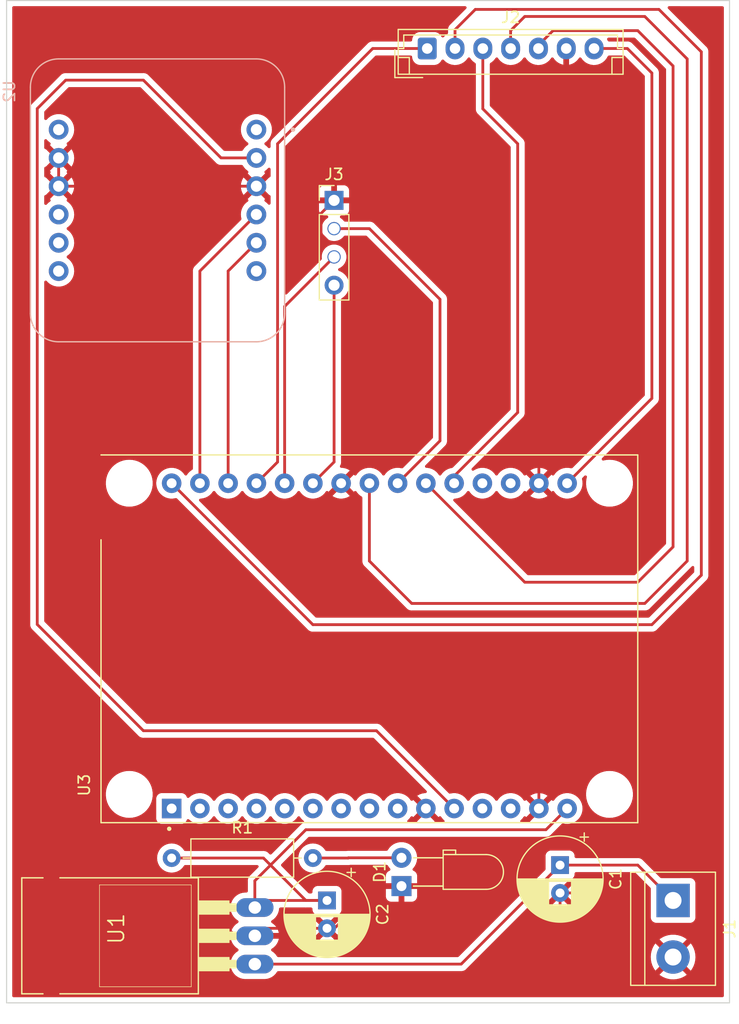
<source format=kicad_pcb>
(kicad_pcb (version 20211014) (generator pcbnew)
  (layers (0 "F.Cu" signal) (31 "B.Cu" signal) (34 "B.Paste" user) (35 "F.Paste" user) (36 "B.SilkS" user "B.Silkscreen") (37 "F.SilkS" user "F.Silkscreen") (38 "B.Mask" user) (39 "F.Mask" user) (44 "Edge.Cuts" user))
  (net 0 "")
  (net 1 "+12V")
  (net 2 "+5V")
  (net 3 "Net-(D1-Pad2)")
  (net 5 "+3.3V")
  (net 6 "Net-(U2-PadJP1_4)")
  (net 7 "Net-(U2-PadJP1_5)")
  (net 13 "Net-(J2-Pad2)")
  (net 14 "Net-(J2-Pad1)")
  (net 15 "Net-(J3-Pad3)")
  (net 16 "Net-(J2-Pad4)")
  (net 17 "Net-(J3-Pad2)")
  (net 18 "Net-(J2-Pad5)")
  (net 19 "Net-(J2-Pad3)")
  (net 33 "GND")
  (footprint "Resistor_THT:R_Axial_DIN0309_L9.0mm_D3.2mm_P12.70mm_Horizontal" (layer "F.Cu") (at 139.7 114.935)
    (fp_text reference "R1" (at 6.35 -2.72) (layer "F.SilkS"))
    (fp_text value "R")
    (fp_line (start 11.66 0) (end 10.97 0) (layer "F.SilkS") (width 0.12))
    (fp_line (start 1.73 -1.72) (end 1.73 1.72) (layer "F.SilkS") (width 0.12))
    (fp_line (start 1.04 0) (end 1.73 0) (layer "F.SilkS") (width 0.12))
    (fp_line (start 10.97 1.72) (end 10.97 -1.72) (layer "F.SilkS") (width 0.12))
    (fp_line (start 1.73 1.72) (end 10.97 1.72) (layer "F.SilkS") (width 0.12))
    (fp_line (start 10.97 -1.72) (end 1.73 -1.72) (layer "F.SilkS") (width 0.12))
    (pad "1" thru_hole circle (at 0 0) (size 1.6 1.6) (drill 0.8) (layers *.Cu *.Mask) (net 2 "+5V"))
    (pad "2" thru_hole oval (at 12.7 0) (size 1.6 1.6) (drill 0.8) (layers *.Cu *.Mask) (net 3 "Net-(D1-Pad2)"))
  )
  (footprint "Connector_JST:JST_EH_B7B-EH-A_1x07_P2.50mm_Vertical" (layer "F.Cu") (at 162.68 42.245)
    (fp_text reference "J2" (at 7.5 -2.8) (layer "F.SilkS"))
    (fp_text value "Conn_01x07_Female")
    (fp_line (start -2.61 0.81) (end -1.61 0.81) (layer "F.SilkS") (width 0.12))
    (fp_line (start -2.11 0) (end -2.11 -1.21) (layer "F.SilkS") (width 0.12))
    (fp_line (start -2.61 -1.71) (end -2.61 2.31) (layer "F.SilkS") (width 0.12))
    (fp_line (start -2.11 -1.21) (end 17.11 -1.21) (layer "F.SilkS") (width 0.12))
    (fp_line (start -1.61 0.81) (end -1.61 2.31) (layer "F.SilkS") (width 0.12))
    (fp_line (start 17.61 0.81) (end 16.61 0.81) (layer "F.SilkS") (width 0.12))
    (fp_line (start 17.11 0) (end 17.61 0) (layer "F.SilkS") (width 0.12))
    (fp_line (start -2.61 2.31) (end 17.61 2.31) (layer "F.SilkS") (width 0.12))
    (fp_line (start -2.61 0) (end -2.11 0) (layer "F.SilkS") (width 0.12))
    (fp_line (start 17.61 2.31) (end 17.61 -1.71) (layer "F.SilkS") (width 0.12))
    (fp_line (start 16.61 0.81) (end 16.61 2.31) (layer "F.SilkS") (width 0.12))
    (fp_line (start -2.91 2.61) (end -0.41 2.61) (layer "F.SilkS") (width 0.12))
    (fp_line (start 17.61 -1.71) (end -2.61 -1.71) (layer "F.SilkS") (width 0.12))
    (fp_line (start -2.91 0.11) (end -2.91 2.61) (layer "F.SilkS") (width 0.12))
    (fp_line (start 17.11 -1.21) (end 17.11 0) (layer "F.SilkS") (width 0.12))
    (pad "1" thru_hole roundrect (at 0 0) (size 1.7 1.95) (drill 0.95) (layers *.Cu *.Mask) (roundrect_rratio 0.1470588235) (net 14 "Net-(J2-Pad1)"))
    (pad "2" thru_hole oval (at 2.5 0) (size 1.7 1.95) (drill 0.95) (layers *.Cu *.Mask) (net 13 "Net-(J2-Pad2)"))
    (pad "3" thru_hole oval (at 5 0) (size 1.7 1.95) (drill 0.95) (layers *.Cu *.Mask) (net 19 "Net-(J2-Pad3)"))
    (pad "4" thru_hole oval (at 7.5 0) (size 1.7 1.95) (drill 0.95) (layers *.Cu *.Mask) (net 16 "Net-(J2-Pad4)"))
    (pad "5" thru_hole oval (at 10 0) (size 1.7 1.95) (drill 0.95) (layers *.Cu *.Mask) (net 18 "Net-(J2-Pad5)"))
    (pad "6" thru_hole oval (at 12.5 0) (size 1.7 1.95) (drill 0.95) (layers *.Cu *.Mask) (net 33 "GND"))
    (pad "7" thru_hole oval (at 15 0) (size 1.7 1.95) (drill 0.95) (layers *.Cu *.Mask) (net 5 "+3.3V"))
  )
  (footprint "Capacitor_THT:CP_Radial_D7.5mm_P2.50mm" (layer "F.Cu") (at 153.67 118.745 -90)
    (fp_text reference "C2" (at 1.25 -5 90) (layer "F.SilkS"))
    (fp_text value "10 uF")
    (fp_line (start 3.131 -3.343) (end 3.131 -1.04) (layer "F.SilkS") (width 0.12))
    (fp_line (start 1.77 1.04) (end 1.77 3.795) (layer "F.SilkS") (width 0.12))
    (fp_line (start 1.89 -3.777) (end 1.89 -1.04) (layer "F.SilkS") (width 0.12))
    (fp_line (start 1.69 -3.805) (end 1.69 -1.04) (layer "F.SilkS") (width 0.12))
    (fp_line (start 2.171 1.04) (end 2.171 3.72) (layer "F.SilkS") (width 0.12))
    (fp_line (start 3.131 1.04) (end 3.131 3.343) (layer "F.SilkS") (width 0.12))
    (fp_line (start 3.971 -2.713) (end 3.971 2.713) (layer "F.SilkS") (width 0.12))
    (fp_line (start 1.49 -3.823) (end 1.49 -1.04) (layer "F.SilkS") (width 0.12))
    (fp_line (start 4.051 -2.632) (end 4.051 2.632) (layer "F.SilkS") (width 0.12))
    (fp_line (start 4.091 -2.589) (end 4.091 2.589) (layer "F.SilkS") (width 0.12))
    (fp_line (start -2.892211 -2.175) (end -2.142211 -2.175) (layer "F.SilkS") (width 0.12))
    (fp_line (start 3.731 -2.931) (end 3.731 2.931) (layer "F.SilkS") (width 0.12))
    (fp_line (start 3.091 1.04) (end 3.091 3.365) (layer "F.SilkS") (width 0.12))
    (fp_line (start 4.691 -1.733) (end 4.691 1.733) (layer "F.SilkS") (width 0.12))
    (fp_line (start 2.211 -3.71) (end 2.211 -1.04) (layer "F.SilkS") (width 0.12))
    (fp_line (start 4.011 -2.673) (end 4.011 2.673) (layer "F.SilkS") (width 0.12))
    (fp_line (start 2.491 -3.626) (end 2.491 -1.04) (layer "F.SilkS") (width 0.12))
    (fp_line (start 3.251 1.04) (end 3.251 3.274) (layer "F.SilkS") (width 0.12))
    (fp_line (start 3.771 -2.898) (end 3.771 2.898) (layer "F.SilkS") (width 0.12))
    (fp_line (start 2.331 1.04) (end 2.331 3.677) (layer "F.SilkS") (width 0.12))
    (fp_line (start 2.851 1.04) (end 2.851 3.484) (layer "F.SilkS") (width 0.12))
    (fp_line (start 2.291 1.04) (end 2.291 3.688) (layer "F.SilkS") (width 0.12))
    (fp_line (start 3.331 1.04) (end 3.331 3.224) (layer "F.SilkS") (width 0.12))
    (fp_line (start 2.531 1.04) (end 2.531 3.613) (layer "F.SilkS") (width 0.12))
    (fp_line (start 1.93 -3.77) (end 1.93 -1.04) (layer "F.SilkS") (width 0.12))
    (fp_line (start 4.211 -2.454) (end 4.211 2.454) (layer "F.SilkS") (width 0.12))
    (fp_line (start 3.091 -3.365) (end 3.091 -1.04) (layer "F.SilkS") (width 0.12))
    (fp_line (start 2.251 -3.699) (end 2.251 -1.04) (layer "F.SilkS") (width 0.12))
    (fp_line (start 3.571 -3.058) (end 3.571 3.058) (layer "F.SilkS") (width 0.12))
    (fp_line (start 4.531 -2.014) (end 4.531 2.014) (layer "F.SilkS") (width 0.12))
    (fp_line (start 3.211 -3.297) (end 3.211 -1.04) (layer "F.SilkS") (width 0.12))
    (fp_line (start 2.971 1.04) (end 2.971 3.427) (layer "F.SilkS") (width 0.12))
    (fp_line (start 1.81 -3.79) (end 1.81 -1.04) (layer "F.SilkS") (width 0.12))
    (fp_line (start 3.611 -3.028) (end 3.611 3.028) (layer "F.SilkS") (width 0.12))
    (fp_line (start 3.211 1.04) (end 3.211 3.297) (layer "F.SilkS") (width 0.12))
    (fp_line (start 3.011 -3.407) (end 3.011 -1.04) (layer "F.SilkS") (width 0.12))
    (fp_line (start 1.41 -3.827) (end 1.41 3.827) (layer "F.SilkS") (width 0.12))
    (fp_line (start 2.371 -3.665) (end 2.371 -1.04) (layer "F.SilkS") (width 0.12))
    (fp_line (start 2.251 1.04) (end 2.251 3.699) (layer "F.SilkS") (width 0.12))
    (fp_line (start 2.411 -3.653) (end 2.411 -1.04) (layer "F.SilkS") (width 0.12))
    (fp_line (start 2.131 1.04) (end 2.131 3.729) (layer "F.SilkS") (width 0.12))
    (fp_line (start 1.73 -3.801) (end 1.73 -1.04) (layer "F.SilkS") (width 0.12))
    (fp_line (start 2.571 1.04) (end 2.571 3.598) (layer "F.SilkS") (width 0.12))
    (fp_line (start 2.131 -3.729) (end 2.131 -1.04) (layer "F.SilkS") (width 0.12))
    (fp_line (start 4.931 -1.158) (end 4.931 1.158) (layer "F.SilkS") (width 0.12))
    (fp_line (start 3.451 -3.144) (end 3.451 -1.04) (layer "F.SilkS") (width 0.12))
    (fp_line (start 4.491 -2.077) (end 4.491 2.077) (layer "F.SilkS") (width 0.12))
    (fp_line (start 1.61 -3.814) (end 1.61 -1.04) (layer "F.SilkS") (width 0.12))
    (fp_line (start 2.051 -3.747) (end 2.051 -1.04) (layer "F.SilkS") (width 0.12))
    (fp_line (start 2.731 -3.536) (end 2.731 -1.04) (layer "F.SilkS") (width 0.12))
    (fp_line (start 4.451 -2.137) (end 4.451 2.137) (layer "F.SilkS") (width 0.12))
    (fp_line (start 4.611 -1.881) (end 4.611 1.881) (layer "F.SilkS") (width 0.12))
    (fp_line (start 1.33 -3.83) (end 1.33 3.83) (layer "F.SilkS") (width 0.12))
    (fp_line (start 1.61 1.04) (end 1.61 3.814) (layer "F.SilkS") (width 0.12))
    (fp_line (start 2.531 -3.613) (end 2.531 -1.04) (layer "F.SilkS") (width 0.12))
    (fp_line (start 1.57 1.04) (end 1.57 3.817) (layer "F.SilkS") (width 0.12))
    (fp_line (start 2.171 -3.72) (end 2.171 -1.04) (layer "F.SilkS") (width 0.12))
    (fp_line (start 1.53 1.04) (end 1.53 3.82) (layer "F.SilkS") (width 0.12))
    (fp_line (start 2.051 1.04) (end 2.051 3.747) (layer "F.SilkS") (width 0.12))
    (fp_line (start 3.931 -2.752) (end 3.931 2.752) (layer "F.SilkS") (width 0.12))
    (fp_line (start 2.931 1.04) (end 2.931 3.447) (layer "F.SilkS") (width 0.12))
    (fp_line (start 3.051 1.04) (end 3.051 3.386) (layer "F.SilkS") (width 0.12))
    (fp_line (start 2.731 1.04) (end 2.731 3.536) (layer "F.SilkS") (width 0.12))
    (fp_line (start 2.771 1.04) (end 2.771 3.52) (layer "F.SilkS") (width 0.12))
    (fp_line (start 2.651 1.04) (end 2.651 3.568) (layer "F.SilkS") (width 0.12))
    (fp_line (start 2.691 1.04) (end 2.691 3.553) (layer "F.SilkS") (width 0.12))
    (fp_line (start 1.85 -3.784) (end 1.85 -1.04) (layer "F.SilkS") (width 0.12))
    (fp_line (start 2.891 -3.466) (end 2.891 -1.04) (layer "F.SilkS") (width 0.12))
    (fp_line (start 4.371 -2.25) (end 4.371 2.25) (layer "F.SilkS") (width 0.12))
    (fp_line (start 1.89 1.04) (end 1.89 3.777) (layer "F.SilkS") (width 0.12))
    (fp_line (start 2.971 -3.427) (end 2.971 -1.04) (layer "F.SilkS") (width 0.12))
    (fp_line (start 5.051 -0.693) (end 5.051 0.693) (layer "F.SilkS") (width 0.12))
    (fp_line (start 4.891 -1.275) (end 4.891 1.275) (layer "F.SilkS") (width 0.12))
    (fp_line (start 4.651 -1.809) (end 4.651 1.809) (layer "F.SilkS") (width 0.12))
    (fp_line (start 4.571 -1.949) (end 4.571 1.949) (layer "F.SilkS") (width 0.12))
    (fp_line (start 1.49 1.04) (end 1.49 3.823) (layer "F.SilkS") (width 0.12))
    (fp_line (start 5.091 -0.441) (end 5.091 0.441) (layer "F.SilkS") (width 0.12))
    (fp_line (start 3.491 -3.116) (end 3.491 -1.04) (layer "F.SilkS") (width 0.12))
    (fp_line (start 3.331 -3.224) (end 3.331 -1.04) (layer "F.SilkS") (width 0.12))
    (fp_line (start 3.811 -2.863) (end 3.811 2.863) (layer "F.SilkS") (width 0.12))
    (fp_line (start 3.531 1.04) (end 3.531 3.088) (layer "F.SilkS") (width 0.12))
    (fp_line (start 1.971 -3.763) (end 1.971 -1.04) (layer "F.SilkS") (width 0.12))
    (fp_line (start 3.171 1.04) (end 3.171 3.321) (layer "F.SilkS") (width 0.12))
    (fp_line (start 4.851 -1.381) (end 4.851 1.381) (layer "F.SilkS") (width 0.12))
    (fp_line (start -2.517211 -2.55) (end -2.517211 -1.8) (layer "F.SilkS") (width 0.12))
    (fp_line (start 1.37 -3.829) (end 1.37 3.829) (layer "F.SilkS") (width 0.12))
    (fp_line (start 2.651 -3.568) (end 2.651 -1.04) (layer "F.SilkS") (width 0.12))
    (fp_line (start 2.451 -3.64) (end 2.451 -1.04) (layer "F.SilkS") (width 0.12))
    (fp_line (start 5.011 -0.877) (end 5.011 0.877) (layer "F.SilkS") (width 0.12))
    (fp_line (start 1.25 -3.83) (end 1.25 3.83) (layer "F.SilkS") (width 0.12))
    (fp_line (start 3.251 -3.274) (end 3.251 -1.04) (layer "F.SilkS") (width 0.12))
    (fp_line (start 1.29 -3.83) (end 1.29 3.83) (layer "F.SilkS") (width 0.12))
    (fp_line (start 2.571 -3.598) (end 2.571 -1.04) (layer "F.SilkS") (width 0.12))
    (fp_line (start 4.251 -2.405) (end 4.251 2.405) (layer "F.SilkS") (width 0.12))
    (fp_line (start 3.851 -2.827) (end 3.851 2.827) (layer "F.SilkS") (width 0.12))
    (fp_line (start 4.731 -1.654) (end 4.731 1.654) (layer "F.SilkS") (width 0.12))
    (fp_line (start 1.45 -3.825) (end 1.45 3.825) (layer "F.SilkS") (width 0.12))
    (fp_line (start 4.291 -2.355) (end 4.291 2.355) (layer "F.SilkS") (width 0.12))
    (fp_line (start 4.131 -2.546) (end 4.131 2.546) (layer "F.SilkS") (width 0.12))
    (fp_line (start 3.051 -3.386) (end 3.051 -1.04) (layer "F.SilkS") (width 0.12))
    (fp_line (start 3.891 -2.79) (end 3.891 2.79) (layer "F.SilkS") (width 0.12))
    (fp_line (start 2.611 1.04) (end 2.611 3.584) (layer "F.SilkS") (width 0.12))
    (fp_line (start 1.69 1.04) (end 1.69 3.805) (layer "F.SilkS") (width 0.12))
    (fp_line (start 2.811 -3.502) (end 2.811 -1.04) (layer "F.SilkS") (width 0.12))
    (fp_line (start 1.73 1.04) (end 1.73 3.801) (layer "F.SilkS") (width 0.12))
    (fp_line (start 3.651 -2.996) (end 3.651 2.996) (layer "F.SilkS") (width 0.12))
    (fp_line (start 4.171 -2.5) (end 4.171 2.5) (layer "F.SilkS") (width 0.12))
    (fp_line (start 2.851 -3.484) (end 2.851 -1.04) (layer "F.SilkS") (width 0.12))
    (fp_line (start 2.011 1.04) (end 2.011 3.755) (layer "F.SilkS") (width 0.12))
    (fp_line (start 3.491 1.04) (end 3.491 3.116) (layer "F.SilkS") (width 0.12))
    (fp_line (start 2.291 -3.688) (end 2.291 -1.04) (layer "F.SilkS") (width 0.12))
    (fp_line (start 2.211 1.04) (end 2.211 3.71) (layer "F.SilkS") (width 0.12))
    (fp_line (start 2.091 1.04) (end 2.091 3.738) (layer "F.SilkS") (width 0.12))
    (fp_line (start 1.85 1.04) (end 1.85 3.784) (layer "F.SilkS") (width 0.12))
    (fp_line (start 1.971 1.04) (end 1.971 3.763) (layer "F.SilkS") (width 0.12))
    (fp_line (start 2.011 -3.755) (end 2.011 -1.04) (layer "F.SilkS") (width 0.12))
    (fp_line (start 2.891 1.04) (end 2.891 3.466) (layer "F.SilkS") (width 0.12))
    (fp_line (start 1.65 -3.81) (end 1.65 -1.04) (layer "F.SilkS") (width 0.12))
    (fp_line (start 1.93 1.04) (end 1.93 3.77) (layer "F.SilkS") (width 0.12))
    (fp_line (start 2.771 -3.52) (end 2.771 -1.04) (layer "F.SilkS") (width 0.12))
    (fp_line (start 1.57 -3.817) (end 1.57 -1.04) (layer "F.SilkS") (width 0.12))
    (fp_line (start 2.611 -3.584) (end 2.611 -1.04) (layer "F.SilkS") (width 0.12))
    (fp_line (start 2.331 -3.677) (end 2.331 -1.04) (layer "F.SilkS") (width 0.12))
    (fp_line (start 4.811 -1.478) (end 4.811 1.478) (layer "F.SilkS") (width 0.12))
    (fp_line (start 2.411 1.04) (end 2.411 3.653) (layer "F.SilkS") (width 0.12))
    (fp_line (start 4.771 -1.569) (end 4.771 1.569) (layer "F.SilkS") (width 0.12))
    (fp_line (start 4.411 -2.195) (end 4.411 2.195) (layer "F.SilkS") (width 0.12))
    (fp_line (start 4.331 -2.304) (end 4.331 2.304) (layer "F.SilkS") (width 0.12))
    (fp_line (start 3.171 -3.321) (end 3.171 -1.04) (layer "F.SilkS") (width 0.12))
    (fp_line (start 2.371 1.04) (end 2.371 3.665) (layer "F.SilkS") (width 0.12))
    (fp_line (start 3.371 1.04) (end 3.371 3.198) (layer "F.SilkS") (width 0.12))
    (fp_line (start 3.411 -3.172) (end 3.411 -1.04) (layer "F.SilkS") (width 0.12))
    (fp_line (start 2.491 1.04) (end 2.491 3.626) (layer "F.SilkS") (width 0.12))
    (fp_line (start 1.81 1.04) (end 1.81 3.79) (layer "F.SilkS") (width 0.12))
    (fp_line (start 3.371 -3.198) (end 3.371 -1.04) (layer "F.SilkS") (width 0.12))
    (fp_line (start 2.691 -3.553) (end 2.691 -1.04) (layer "F.SilkS") (width 0.12))
    (fp_line (start 3.531 -3.088) (end 3.531 -1.04) (layer "F.SilkS") (width 0.12))
    (fp_line (start 1.53 -3.82) (end 1.53 -1.04) (layer "F.SilkS") (width 0.12))
    (fp_line (start 3.291 -3.249) (end 3.291 -1.04) (layer "F.SilkS") (width 0.12))
    (fp_line (start 3.011 1.04) (end 3.011 3.407) (layer "F.SilkS") (width 0.12))
    (fp_line (start 4.971 -1.028) (end 4.971 1.028) (layer "F.SilkS") (width 0.12))
    (fp_line (start 2.091 -3.738) (end 2.091 -1.04) (layer "F.SilkS") (width 0.12))
    (fp_line (start 3.411 1.04) (end 3.411 3.172) (layer "F.SilkS") (width 0.12))
    (fp_line (start 3.451 1.04) (end 3.451 3.144) (layer "F.SilkS") (width 0.12))
    (fp_line (start 3.291 1.04) (end 3.291 3.249) (layer "F.SilkS") (width 0.12))
    (fp_line (start 2.931 -3.447) (end 2.931 -1.04) (layer "F.SilkS") (width 0.12))
    (fp_line (start 1.77 -3.795) (end 1.77 -1.04) (layer "F.SilkS") (width 0.12))
    (fp_line (start 1.65 1.04) (end 1.65 3.81) (layer "F.SilkS") (width 0.12))
    (fp_line (start 2.811 1.04) (end 2.811 3.502) (layer "F.SilkS") (width 0.12))
    (fp_line (start 3.691 -2.964) (end 3.691 2.964) (layer "F.SilkS") (width 0.12))
    (fp_line (start 2.451 1.04) (end 2.451 3.64) (layer "F.SilkS") (width 0.12))
    (fp_circle (center 1.25 0) (end 5.12 0) (layer "F.SilkS") (width 0.12) (fill none))
    (pad "1" thru_hole rect (at 0 0 270) (size 1.6 1.6) (drill 0.8) (layers *.Cu *.Mask) (net 2 "+5V"))
    (pad "2" thru_hole circle (at 2.5 0 270) (size 1.6 1.6) (drill 0.8) (layers *.Cu *.Mask) (net 33 "GND"))
  )
  (footprint "LED_THT:LED_D3.0mm_Horizontal_O3.81mm_Z10.0mm" (layer "F.Cu") (at 160.365 117.455 90)
    (fp_text reference "D1" (at 1.27 -1.96 90) (layer "F.SilkS"))
    (fp_text value "LED")
    (fp_line (start 2.83 3.75) (end 2.83 7.61) (layer "F.SilkS") (width 0.12))
    (fp_line (start -0.29 3.75) (end -0.29 7.61) (layer "F.SilkS") (width 0.12))
    (fp_line (start 2.54 1.08) (end 2.54 3.75) (layer "F.SilkS") (width 0.12))
    (fp_line (start 2.54 1.08) (end 2.54 1.08) (layer "F.SilkS") (width 0.12))
    (fp_line (start 0 1.08) (end 0 3.75) (layer "F.SilkS") (width 0.12))
    (fp_line (start 3.23 4.87) (end 2.83 4.87) (layer "F.SilkS") (width 0.12))
    (fp_line (start 0 3.75) (end 0 1.08) (layer "F.SilkS") (width 0.12))
    (fp_line (start 2.54 3.75) (end 2.54 3.75) (layer "F.SilkS") (width 0.12))
    (fp_line (start -0.29 3.75) (end 2.83 3.75) (layer "F.SilkS") (width 0.12))
    (fp_line (start 2.83 4.87) (end 2.83 3.75) (layer "F.SilkS") (width 0.12))
    (fp_line (start 0 3.75) (end 0 3.75) (layer "F.SilkS") (width 0.12))
    (fp_line (start 2.83 3.75) (end 3.23 3.75) (layer "F.SilkS") (width 0.12))
    (fp_line (start 0 1.08) (end 0 1.08) (layer "F.SilkS") (width 0.12))
    (fp_line (start 2.54 3.75) (end 2.54 1.08) (layer "F.SilkS") (width 0.12))
    (fp_line (start 3.23 3.75) (end 3.23 4.87) (layer "F.SilkS") (width 0.12))
    (fp_arc (start 2.83 7.61) (mid 1.27 9.17) (end -0.29 7.61) (layer "F.SilkS") (width 0.12))
    (pad "1" thru_hole rect (at 0 0 90) (size 1.8 1.8) (drill 0.9) (layers *.Cu *.Mask) (net 33 "GND"))
    (pad "2" thru_hole circle (at 2.54 0 90) (size 1.8 1.8) (drill 0.9) (layers *.Cu *.Mask) (net 3 "Net-(D1-Pad2)"))
  )
  (footprint "Connector_PinHeader_2.54mm:PinHeader_1x04_P2.54mm_Vertical" (layer "F.Cu") (at 154.305 55.88)
    (fp_text reference "J3" (at 0 -2.33) (layer "F.SilkS"))
    (fp_text value "Conn_01x04_Female")
    (fp_line (start -1.33 0) (end -1.33 -1.33) (layer "F.SilkS") (width 0.12))
    (fp_line (start -1.33 8.95) (end 1.33 8.95) (layer "F.SilkS") (width 0.12))
    (fp_line (start -1.33 1.27) (end -1.33 8.95) (layer "F.SilkS") (width 0.12))
    (fp_line (start -1.33 1.27) (end 1.33 1.27) (layer "F.SilkS") (width 0.12))
    (fp_line (start -1.33 -1.33) (end 0 -1.33) (layer "F.SilkS") (width 0.12))
    (fp_line (start 1.33 1.27) (end 1.33 8.95) (layer "F.SilkS") (width 0.12))
    (pad "1" thru_hole rect (at 0 0) (size 1.7 1.7) (drill 1) (layers *.Cu *.Mask) (net 33 "GND"))
    (pad "2" thru_hole custom (at 0 2.54) (size 1.2 1.2) (drill 1) (layers *.Cu *.Mask) (net 17 "Net-(J3-Pad2)") (options (clearance outline) (anchor circle)) (primitives))
    (pad "3" thru_hole custom (at 0 5.08) (size 1.2 1.2) (drill 1) (layers *.Cu *.Mask) (net 15 "Net-(J3-Pad3)") (options (clearance outline) (anchor circle)) (primitives))
    (pad "4" thru_hole oval (at 0 7.62) (size 1.7 1.7) (drill 1) (layers *.Cu *.Mask) (net 5 "+3.3V"))
  )
  (footprint "ZC563900:MODULE_ZC563900" (layer "F.Cu") (at 157.48 99.06 90)
    (fp_text reference "U3" (at -9.325 -25.635 90) (layer "F.SilkS"))
    (fp_text value "ZC563900")
    (fp_line (start 20.32 -24.13) (end 20.32 24.13) (layer "F.SilkS") (width 0.127))
    (fp_line (start -12.7 -24.13) (end 12.7 -24.13) (layer "F.SilkS") (width 0.127))
    (fp_line (start -12.7 24.13) (end -12.7 -24.13) (layer "F.SilkS") (width 0.127))
    (fp_line (start -12.7 24.13) (end 20.32 24.13) (layer "F.SilkS") (width 0.127))
    (fp_circle (center -13.25 -18) (end -13.15 -18) (layer "F.SilkS") (width 0.2) (fill none))
    (pad "" np_thru_hole circle (at -10.16 -21.59 90) (size 3.2 3.2) (drill 3.2) (layers *.Cu *.Mask))
    (pad "" np_thru_hole circle (at 17.78 21.59 90) (size 3.2 3.2) (drill 3.2) (layers *.Cu *.Mask))
    (pad "" np_thru_hole circle (at 17.78 -21.59 90) (size 3.2 3.2) (drill 3.2) (layers *.Cu *.Mask))
    (pad "" np_thru_hole circle (at -10.16 21.59 90) (size 3.2 3.2) (drill 3.2) (layers *.Cu *.Mask))
    (pad "1" thru_hole rect (at -11.43 -17.78 90) (size 1.7526 1.7526) (drill 0.889) (layers *.Cu *.Mask))
    (pad "2" thru_hole circle (at -11.43 -15.24 90) (size 1.7526 1.7526) (drill 0.889) (layers *.Cu *.Mask))
    (pad "3" thru_hole circle (at -11.43 -12.7 90) (size 1.7526 1.7526) (drill 0.889) (layers *.Cu *.Mask))
    (pad "4" thru_hole circle (at -11.43 -10.16 90) (size 1.7526 1.7526) (drill 0.889) (layers *.Cu *.Mask))
    (pad "5" thru_hole circle (at -11.43 -7.62 90) (size 1.7526 1.7526) (drill 0.889) (layers *.Cu *.Mask))
    (pad "6" thru_hole circle (at -11.43 -5.08 90) (size 1.7526 1.7526) (drill 0.889) (layers *.Cu *.Mask))
    (pad "7" thru_hole circle (at -11.43 -2.54 90) (size 1.7526 1.7526) (drill 0.889) (layers *.Cu *.Mask))
    (pad "8" thru_hole circle (at -11.43 0 90) (size 1.7526 1.7526) (drill 0.889) (layers *.Cu *.Mask))
    (pad "9" thru_hole circle (at -11.43 2.54 90) (size 1.7526 1.7526) (drill 0.889) (layers *.Cu *.Mask))
    (pad "10" thru_hole circle (at -11.43 5.08 90) (size 1.7526 1.7526) (drill 0.889) (layers *.Cu *.Mask) (net 33 "GND"))
    (pad "11" thru_hole circle (at -11.43 7.62 90) (size 1.7526 1.7526) (drill 0.889) (layers *.Cu *.Mask) (net 5 "+3.3V"))
    (pad "12" thru_hole circle (at -11.43 10.16 90) (size 1.7526 1.7526) (drill 0.889) (layers *.Cu *.Mask))
    (pad "13" thru_hole circle (at -11.43 12.7 90) (size 1.7526 1.7526) (drill 0.889) (layers *.Cu *.Mask))
    (pad "14" thru_hole circle (at -11.43 15.24 90) (size 1.7526 1.7526) (drill 0.889) (layers *.Cu *.Mask) (net 33 "GND"))
    (pad "15" thru_hole circle (at -11.43 17.78 90) (size 1.7526 1.7526) (drill 0.889) (layers *.Cu *.Mask) (net 2 "+5V"))
    (pad "16" thru_hole circle (at 17.78 17.78 90) (size 1.7526 1.7526) (drill 0.889) (layers *.Cu *.Mask) (net 5 "+3.3V"))
    (pad "17" thru_hole circle (at 17.78 15.24 90) (size 1.7526 1.7526) (drill 0.889) (layers *.Cu *.Mask) (net 33 "GND"))
    (pad "18" thru_hole circle (at 17.78 12.7 90) (size 1.7526 1.7526) (drill 0.889) (layers *.Cu *.Mask))
    (pad "19" thru_hole circle (at 17.78 10.16 90) (size 1.7526 1.7526) (drill 0.889) (layers *.Cu *.Mask))
    (pad "20" thru_hole circle (at 17.78 7.62 90) (size 1.7526 1.7526) (drill 0.889) (layers *.Cu *.Mask) (net 19 "Net-(J2-Pad3)"))
    (pad "21" thru_hole circle (at 17.78 5.08 90) (size 1.7526 1.7526) (drill 0.889) (layers *.Cu *.Mask) (net 18 "Net-(J2-Pad5)"))
    (pad "22" thru_hole circle (at 17.78 2.54 90) (size 1.7526 1.7526) (drill 0.889) (layers *.Cu *.Mask) (net 17 "Net-(J3-Pad2)"))
    (pad "23" thru_hole circle (at 17.78 0 90) (size 1.7526 1.7526) (drill 0.889) (layers *.Cu *.Mask) (net 16 "Net-(J2-Pad4)"))
    (pad "24" thru_hole circle (at 17.78 -2.54 90) (size 1.7526 1.7526) (drill 0.889) (layers *.Cu *.Mask) (net 33 "GND"))
    (pad "25" thru_hole circle (at 17.78 -5.08 90) (size 1.7526 1.7526) (drill 0.889) (layers *.Cu *.Mask) (net 5 "+3.3V"))
    (pad "26" thru_hole circle (at 17.78 -7.62 90) (size 1.7526 1.7526) (drill 0.889) (layers *.Cu *.Mask) (net 15 "Net-(J3-Pad3)"))
    (pad "27" thru_hole circle (at 17.78 -10.16 90) (size 1.7526 1.7526) (drill 0.889) (layers *.Cu *.Mask) (net 14 "Net-(J2-Pad1)"))
    (pad "28" thru_hole circle (at 17.78 -12.7 90) (size 1.7526 1.7526) (drill 0.889) (layers *.Cu *.Mask) (net 7 "Net-(U2-PadJP1_5)"))
    (pad "29" thru_hole circle (at 17.78 -15.24 90) (size 1.7526 1.7526) (drill 0.889) (layers *.Cu *.Mask) (net 6 "Net-(U2-PadJP1_4)"))
    (pad "30" thru_hole circle (at 17.78 -17.78 90) (size 1.7526 1.7526) (drill 0.889) (layers *.Cu *.Mask) (net 13 "Net-(J2-Pad2)"))
  )
  (footprint "TerminalBlock:TerminalBlock_bornier-2_P5.08mm" (layer "F.Cu") (at 184.785 118.745 -90)
    (fp_text reference "J1" (at 2.54 -5.08 90) (layer "F.SilkS"))
    (fp_text value "Screw_Terminal_01x02")
    (fp_line (start -2.54 -3.81) (end -2.54 3.81) (layer "F.SilkS") (width 0.12))
    (fp_line (start 7.62 2.54) (end -2.54 2.54) (layer "F.SilkS") (width 0.12))
    (fp_line (start 7.62 -3.81) (end -2.54 -3.81) (layer "F.SilkS") (width 0.12))
    (fp_line (start 7.62 3.81) (end 7.62 -3.81) (layer "F.SilkS") (width 0.12))
    (fp_line (start -2.54 3.81) (end 7.62 3.81) (layer "F.SilkS") (width 0.12))
    (pad "1" thru_hole rect (at 0 0 270) (size 3 3) (drill 1.52) (layers *.Cu *.Mask) (net 1 "+12V"))
    (pad "2" thru_hole circle (at 5.08 0 270) (size 3 3) (drill 1.52) (layers *.Cu *.Mask) (net 33 "GND"))
  )
  (footprint "LM7805:TO220" (layer "F.Cu") (at 140.8303 121.92 90)
    (fp_text reference "U1" (at 0.63592 -6.10493 90) (layer "F.SilkS") (effects (font (size 1.402047 1.402047))))
    (fp_text value "LM7805")
    (fp_line (start 4.572 -7.62) (end -4.572 -7.62) (layer "F.SilkS") (width 0.0508))
    (fp_line (start -4.572 0.635) (end 4.572 0.635) (layer "F.SilkS") (width 0.0508))
    (fp_line (start -5.207 1.27) (end -5.207 -11.176) (layer "F.SilkS") (width 0.127))
    (fp_line (start 5.207 -14.605) (end -5.207 -14.605) (layer "F.SilkS") (width 0.127))
    (fp_line (start 4.572 -7.62) (end 4.572 0.635) (layer "F.SilkS") (width 0.0508))
    (fp_line (start 5.207 -12.7) (end 5.207 -14.605) (layer "F.SilkS") (width 0.127))
    (fp_line (start 5.207 1.27) (end 5.207 -11.176) (layer "F.SilkS") (width 0.127))
    (fp_line (start -4.572 0.635) (end -4.572 -7.62) (layer "F.SilkS") (width 0.0508))
    (fp_line (start -5.207 1.27) (end 5.207 1.27) (layer "F.SilkS") (width 0.127))
    (fp_line (start -5.207 -12.7) (end -5.207 -14.605) (layer "F.SilkS") (width 0.127))
    (fp_poly (pts (xy -2.92229 4.064) (xy -2.159 4.064) (xy -2.159 4.70108) (xy -2.92229 4.70108)) (layer "F.SilkS") (width 0.01) (fill solid))
    (fp_poly (pts (xy -0.381177 4.064) (xy 0.381 4.064) (xy 0.381 4.70119) (xy -0.381177 4.70119)) (layer "F.SilkS") (width 0.01) (fill solid))
    (fp_poly (pts (xy 2.15974 4.064) (xy 2.921 4.064) (xy 2.921 4.70061) (xy 2.15974 4.70061)) (layer "F.SilkS") (width 0.01) (fill solid))
    (fp_poly (pts (xy -3.18054 1.27) (xy -1.905 1.27) (xy -1.905 4.07109) (xy -3.18054 4.07109)) (layer "F.SilkS") (width 0.01) (fill solid))
    (fp_poly (pts (xy -0.635881 1.27) (xy 0.635 1.27) (xy 0.635 4.06964) (xy -0.635881 4.06964)) (layer "F.SilkS") (width 0.01) (fill solid))
    (fp_poly (pts (xy 1.90713 1.27) (xy 3.175 1.27) (xy 3.175 4.06855) (xy 1.90713 4.06855)) (layer "F.SilkS") (width 0.01) (fill solid))
    (pad "1" thru_hole oval (at -2.54 6.35 90) (size 1.6764 3.3528) (drill 1.1176) (layers *.Cu *.Mask) (net 1 "+12V"))
    (pad "2" thru_hole oval (at 0 6.35 90) (size 1.6764 3.3528) (drill 1.1176) (layers *.Cu *.Mask) (net 33 "GND"))
    (pad "3" thru_hole oval (at 2.54 6.35 90) (size 1.6764 3.3528) (drill 1.1176) (layers *.Cu *.Mask) (net 2 "+5V"))
  )
  (footprint "Capacitor_THT:CP_Radial_D7.5mm_P2.50mm" (layer "F.Cu") (at 174.625 115.57 -90)
    (fp_text reference "C1" (at 1.25 -5 90) (layer "F.SilkS"))
    (fp_text value "10uF")
    (fp_line (start 2.211 1.04) (end 2.211 3.71) (layer "F.SilkS") (width 0.12))
    (fp_line (start 3.211 1.04) (end 3.211 3.297) (layer "F.SilkS") (width 0.12))
    (fp_line (start 2.811 1.04) (end 2.811 3.502) (layer "F.SilkS") (width 0.12))
    (fp_line (start 2.451 1.04) (end 2.451 3.64) (layer "F.SilkS") (width 0.12))
    (fp_line (start 1.61 -3.814) (end 1.61 -1.04) (layer "F.SilkS") (width 0.12))
    (fp_line (start 2.851 -3.484) (end 2.851 -1.04) (layer "F.SilkS") (width 0.12))
    (fp_line (start 2.171 1.04) (end 2.171 3.72) (layer "F.SilkS") (width 0.12))
    (fp_line (start 4.651 -1.809) (end 4.651 1.809) (layer "F.SilkS") (width 0.12))
    (fp_line (start 1.45 -3.825) (end 1.45 3.825) (layer "F.SilkS") (width 0.12))
    (fp_line (start 4.131 -2.546) (end 4.131 2.546) (layer "F.SilkS") (width 0.12))
    (fp_line (start 2.811 -3.502) (end 2.811 -1.04) (layer "F.SilkS") (width 0.12))
    (fp_line (start 3.811 -2.863) (end 3.811 2.863) (layer "F.SilkS") (width 0.12))
    (fp_line (start 5.051 -0.693) (end 5.051 0.693) (layer "F.SilkS") (width 0.12))
    (fp_line (start 4.451 -2.137) (end 4.451 2.137) (layer "F.SilkS") (width 0.12))
    (fp_line (start 1.971 1.04) (end 1.971 3.763) (layer "F.SilkS") (width 0.12))
    (fp_line (start 4.771 -1.569) (end 4.771 1.569) (layer "F.SilkS") (width 0.12))
    (fp_line (start 3.451 -3.144) (end 3.451 -1.04) (layer "F.SilkS") (width 0.12))
    (fp_line (start 3.731 -2.931) (end 3.731 2.931) (layer "F.SilkS") (width 0.12))
    (fp_line (start 2.771 1.04) (end 2.771 3.52) (layer "F.SilkS") (width 0.12))
    (fp_line (start 4.491 -2.077) (end 4.491 2.077) (layer "F.SilkS") (width 0.12))
    (fp_line (start 4.291 -2.355) (end 4.291 2.355) (layer "F.SilkS") (width 0.12))
    (fp_line (start 1.81 1.04) (end 1.81 3.79) (layer "F.SilkS") (width 0.12))
    (fp_line (start 3.051 -3.386) (end 3.051 -1.04) (layer "F.SilkS") (width 0.12))
    (fp_line (start 2.211 -3.71) (end 2.211 -1.04) (layer "F.SilkS") (width 0.12))
    (fp_line (start 2.411 1.04) (end 2.411 3.653) (layer "F.SilkS") (width 0.12))
    (fp_line (start 4.851 -1.381) (end 4.851 1.381) (layer "F.SilkS") (width 0.12))
    (fp_line (start 3.651 -2.996) (end 3.651 2.996) (layer "F.SilkS") (width 0.12))
    (fp_line (start 2.731 -3.536) (end 2.731 -1.04) (layer "F.SilkS") (width 0.12))
    (fp_line (start 1.29 -3.83) (end 1.29 3.83) (layer "F.SilkS") (width 0.12))
    (fp_line (start 2.651 -3.568) (end 2.651 -1.04) (layer "F.SilkS") (width 0.12))
    (fp_line (start 3.171 -3.321) (end 3.171 -1.04) (layer "F.SilkS") (width 0.12))
    (fp_line (start 2.931 1.04) (end 2.931 3.447) (layer "F.SilkS") (width 0.12))
    (fp_line (start 1.73 -3.801) (end 1.73 -1.04) (layer "F.SilkS") (width 0.12))
    (fp_line (start 2.371 1.04) (end 2.371 3.665) (layer "F.SilkS") (width 0.12))
    (fp_line (start 1.49 -3.823) (end 1.49 -1.04) (layer "F.SilkS") (width 0.12))
    (fp_line (start 4.411 -2.195) (end 4.411 2.195) (layer "F.SilkS") (width 0.12))
    (fp_line (start 4.891 -1.275) (end 4.891 1.275) (layer "F.SilkS") (width 0.12))
    (fp_line (start 4.011 -2.673) (end 4.011 2.673) (layer "F.SilkS") (width 0.12))
    (fp_line (start -2.517211 -2.55) (end -2.517211 -1.8) (layer "F.SilkS") (width 0.12))
    (fp_line (start 1.89 -3.777) (end 1.89 -1.04) (layer "F.SilkS") (width 0.12))
    (fp_line (start 2.491 -3.626) (end 2.491 -1.04) (layer "F.SilkS") (width 0.12))
    (fp_line (start 1.77 -3.795) (end 1.77 -1.04) (layer "F.SilkS") (width 0.12))
    (fp_line (start 3.931 -2.752) (end 3.931 2.752) (layer "F.SilkS") (width 0.12))
    (fp_line (start 4.971 -1.028) (end 4.971 1.028) (layer "F.SilkS") (width 0.12))
    (fp_line (start 3.211 -3.297) (end 3.211 -1.04) (layer "F.SilkS") (width 0.12))
    (fp_line (start 1.85 1.04) (end 1.85 3.784) (layer "F.SilkS") (width 0.12))
    (fp_line (start 1.971 -3.763) (end 1.971 -1.04) (layer "F.SilkS") (width 0.12))
    (fp_line (start 2.611 1.04) (end 2.611 3.584) (layer "F.SilkS") (width 0.12))
    (fp_line (start 2.491 1.04) (end 2.491 3.626) (layer "F.SilkS") (width 0.12))
    (fp_line (start 3.571 -3.058) (end 3.571 3.058) (layer "F.SilkS") (width 0.12))
    (fp_line (start 3.251 -3.274) (end 3.251 -1.04) (layer "F.SilkS") (width 0.12))
    (fp_line (start 4.731 -1.654) (end 4.731 1.654) (layer "F.SilkS") (width 0.12))
    (fp_line (start 1.85 -3.784) (end 1.85 -1.04) (layer "F.SilkS") (width 0.12))
    (fp_line (start 1.89 1.04) (end 1.89 3.777) (layer "F.SilkS") (width 0.12))
    (fp_line (start 1.25 -3.83) (end 1.25 3.83) (layer "F.SilkS") (width 0.12))
    (fp_line (start 4.371 -2.25) (end 4.371 2.25) (layer "F.SilkS") (width 0.12))
    (fp_line (start 3.011 -3.407) (end 3.011 -1.04) (layer "F.SilkS") (width 0.12))
    (fp_line (start 2.851 1.04) (end 2.851 3.484) (layer "F.SilkS") (width 0.12))
    (fp_line (start 2.171 -3.72) (end 2.171 -1.04) (layer "F.SilkS") (width 0.12))
    (fp_line (start 4.611 -1.881) (end 4.611 1.881) (layer "F.SilkS") (width 0.12))
    (fp_line (start 1.77 1.04) (end 1.77 3.795) (layer "F.SilkS") (width 0.12))
    (fp_line (start 3.251 1.04) (end 3.251 3.274) (layer "F.SilkS") (width 0.12))
    (fp_line (start 4.531 -2.014) (end 4.531 2.014) (layer "F.SilkS") (width 0.12))
    (fp_line (start 3.771 -2.898) (end 3.771 2.898) (layer "F.SilkS") (width 0.12))
    (fp_line (start 3.131 1.04) (end 3.131 3.343) (layer "F.SilkS") (width 0.12))
    (fp_line (start 1.81 -3.79) (end 1.81 -1.04) (layer "F.SilkS") (width 0.12))
    (fp_line (start -2.892211 -2.175) (end -2.142211 -2.175) (layer "F.SilkS") (width 0.12))
    (fp_line (start 2.411 -3.653) (end 2.411 -1.04) (layer "F.SilkS") (width 0.12))
    (fp_line (start 1.65 -3.81) (end 1.65 -1.04) (layer "F.SilkS") (width 0.12))
    (fp_line (start 1.57 -3.817) (end 1.57 -1.04) (layer "F.SilkS") (width 0.12))
    (fp_line (start 2.531 -3.613) (end 2.531 -1.04) (layer "F.SilkS") (width 0.12))
    (fp_line (start 3.331 1.04) (end 3.331 3.224) (layer "F.SilkS") (width 0.12))
    (fp_line (start 2.531 1.04) (end 2.531 3.613) (layer "F.SilkS") (width 0.12))
    (fp_line (start 1.37 -3.829) (end 1.37 3.829) (layer "F.SilkS") (width 0.12))
    (fp_line (start 3.411 1.04) (end 3.411 3.172) (layer "F.SilkS") (width 0.12))
    (fp_line (start 2.331 1.04) (end 2.331 3.677) (layer "F.SilkS") (width 0.12))
    (fp_line (start 2.251 1.04) (end 2.251 3.699) (layer "F.SilkS") (width 0.12))
    (fp_line (start 4.331 -2.304) (end 4.331 2.304) (layer "F.SilkS") (width 0.12))
    (fp_line (start 2.571 -3.598) (end 2.571 -1.04) (layer "F.SilkS") (width 0.12))
    (fp_line (start 3.011 1.04) (end 3.011 3.407) (layer "F.SilkS") (width 0.12))
    (fp_line (start 3.371 1.04) (end 3.371 3.198) (layer "F.SilkS") (width 0.12))
    (fp_line (start 3.611 -3.028) (end 3.611 3.028) (layer "F.SilkS") (width 0.12))
    (fp_line (start 2.051 1.04) (end 2.051 3.747) (layer "F.SilkS") (width 0.12))
    (fp_line (start 1.53 1.04) (end 1.53 3.82) (layer "F.SilkS") (width 0.12))
    (fp_line (start 3.331 -3.224) (end 3.331 -1.04) (layer "F.SilkS") (width 0.12))
    (fp_line (start 3.851 -2.827) (end 3.851 2.827) (layer "F.SilkS") (width 0.12))
    (fp_line (start 2.291 -3.688) (end 2.291 -1.04) (layer "F.SilkS") (width 0.12))
    (fp_line (start 1.57 1.04) (end 1.57 3.817) (layer "F.SilkS") (width 0.12))
    (fp_line (start 2.091 1.04) (end 2.091 3.738) (layer "F.SilkS") (width 0.12))
    (fp_line (start 2.051 -3.747) (end 2.051 -1.04) (layer "F.SilkS") (width 0.12))
    (fp_line (start 2.371 -3.665) (end 2.371 -1.04) (layer "F.SilkS") (width 0.12))
    (fp_line (start 3.491 1.04) (end 3.491 3.116) (layer "F.SilkS") (width 0.12))
    (fp_line (start 3.051 1.04) (end 3.051 3.386) (layer "F.SilkS") (width 0.12))
    (fp_line (start 2.571 1.04) (end 2.571 3.598) (layer "F.SilkS") (width 0.12))
    (fp_line (start 2.131 1.04) (end 2.131 3.729) (layer "F.SilkS") (width 0.12))
    (fp_line (start 2.291 1.04) (end 2.291 3.688) (layer "F.SilkS") (width 0.12))
    (fp_line (start 4.091 -2.589) (end 4.091 2.589) (layer "F.SilkS") (width 0.12))
    (fp_line (start 2.891 1.04) (end 2.891 3.466) (layer "F.SilkS") (width 0.12))
    (fp_line (start 2.251 -3.699) (end 2.251 -1.04) (layer "F.SilkS") (width 0.12))
    (fp_line (start 1.93 1.04) (end 1.93 3.77) (layer "F.SilkS") (width 0.12))
    (fp_line (start 1.93 -3.77) (end 1.93 -1.04) (layer "F.SilkS") (width 0.12))
    (fp_line (start 1.33 -3.83) (end 1.33 3.83) (layer "F.SilkS") (width 0.12))
    (fp_line (start 4.251 -2.405) (end 4.251 2.405) (layer "F.SilkS") (width 0.12))
    (fp_line (start 3.531 1.04) (end 3.531 3.088) (layer "F.SilkS") (width 0.12))
    (fp_line (start 2.091 -3.738) (end 2.091 -1.04) (layer "F.SilkS") (width 0.12))
    (fp_line (start 3.411 -3.172) (end 3.411 -1.04) (layer "F.SilkS") (width 0.12))
    (fp_line (start 4.691 -1.733) (end 4.691 1.733) (layer "F.SilkS") (width 0.12))
    (fp_line (start 3.131 -3.343) (end 3.131 -1.04) (layer "F.SilkS") (width 0.12))
    (fp_line (start 2.771 -3.52) (end 2.771 -1.04) (layer "F.SilkS") (width 0.12))
    (fp_line (start 2.011 -3.755) (end 2.011 -1.04) (layer "F.SilkS") (width 0.12))
    (fp_line (start 4.811 -1.478) (end 4.811 1.478) (layer "F.SilkS") (width 0.12))
    (fp_line (start 2.891 -3.466) (end 2.891 -1.04) (layer "F.SilkS") (width 0.12))
    (fp_line (start 2.731 1.04) (end 2.731 3.536) (layer "F.SilkS") (width 0.12))
    (fp_line (start 3.171 1.04) (end 3.171 3.321) (layer "F.SilkS") (width 0.12))
    (fp_line (start 3.371 -3.198) (end 3.371 -1.04) (layer "F.SilkS") (width 0.12))
    (fp_line (start 2.331 -3.677) (end 2.331 -1.04) (layer "F.SilkS") (width 0.12))
    (fp_line (start 2.971 1.04) (end 2.971 3.427) (layer "F.SilkS") (width 0.12))
    (fp_line (start 4.171 -2.5) (end 4.171 2.5) (layer "F.SilkS") (width 0.12))
    (fp_line (start 1.61 1.04) (end 1.61 3.814) (layer "F.SilkS") (width 0.12))
    (fp_line (start 3.891 -2.79) (end 3.891 2.79) (layer "F.SilkS") (width 0.12))
    (fp_line (start 1.69 -3.805) (end 1.69 -1.04) (layer "F.SilkS") (width 0.12))
    (fp_line (start 4.051 -2.632) (end 4.051 2.632) (layer "F.SilkS") (width 0.12))
    (fp_line (start 2.971 -3.427) (end 2.971 -1.04) (layer "F.SilkS") (width 0.12))
    (fp_line (start 3.971 -2.713) (end 3.971 2.713) (layer "F.SilkS") (width 0.12))
    (fp_line (start 2.451 -3.64) (end 2.451 -1.04) (layer "F.SilkS") (width 0.12))
    (fp_line (start 2.131 -3.729) (end 2.131 -1.04) (layer "F.SilkS") (width 0.12))
    (fp_line (start 2.651 1.04) (end 2.651 3.568) (layer "F.SilkS") (width 0.12))
    (fp_line (start 3.491 -3.116) (end 3.491 -1.04) (layer "F.SilkS") (width 0.12))
    (fp_line (start 2.691 -3.553) (end 2.691 -1.04) (layer "F.SilkS") (width 0.12))
    (fp_line (start 1.53 -3.82) (end 1.53 -1.04) (layer "F.SilkS") (width 0.12))
    (fp_line (start 4.571 -1.949) (end 4.571 1.949) (layer "F.SilkS") (width 0.12))
    (fp_line (start 3.291 1.04) (end 3.291 3.249) (layer "F.SilkS") (width 0.12))
    (fp_line (start 2.931 -3.447) (end 2.931 -1.04) (layer "F.SilkS") (width 0.12))
    (fp_line (start 1.41 -3.827) (end 1.41 3.827) (layer "F.SilkS") (width 0.12))
    (fp_line (start 3.531 -3.088) (end 3.531 -1.04) (layer "F.SilkS") (width 0.12))
    (fp_line (start 4.931 -1.158) (end 4.931 1.158) (layer "F.SilkS") (width 0.12))
    (fp_line (start 1.49 1.04) (end 1.49 3.823) (layer "F.SilkS") (width 0.12))
    (fp_line (start 1.69 1.04) (end 1.69 3.805) (layer "F.SilkS") (width 0.12))
    (fp_line (start 4.211 -2.454) (end 4.211 2.454) (layer "F.SilkS") (width 0.12))
    (fp_line (start 3.451 1.04) (end 3.451 3.144) (layer "F.SilkS") (width 0.12))
    (fp_line (start 3.091 -3.365) (end 3.091 -1.04) (layer "F.SilkS") (width 0.12))
    (fp_line (start 3.691 -2.964) (end 3.691 2.964) (layer "F.SilkS") (width 0.12))
    (fp_line (start 5.011 -0.877) (end 5.011 0.877) (layer "F.SilkS") (width 0.12))
    (fp_line (start 3.091 1.04) (end 3.091 3.365) (layer "F.SilkS") (width 0.12))
    (fp_line (start 1.65 1.04) (end 1.65 3.81) (layer "F.SilkS") (width 0.12))
    (fp_line (start 2.011 1.04) (end 2.011 3.755) (layer "F.SilkS") (width 0.12))
    (fp_line (start 2.611 -3.584) (end 2.611 -1.04) (layer "F.SilkS") (width 0.12))
    (fp_line (start 1.73 1.04) (end 1.73 3.801) (layer "F.SilkS") (width 0.12))
    (fp_line (start 2.691 1.04) (end 2.691 3.553) (layer "F.SilkS") (width 0.12))
    (fp_line (start 3.291 -3.249) (end 3.291 -1.04) (layer "F.SilkS") (width 0.12))
    (fp_line (start 5.091 -0.441) (end 5.091 0.441) (layer "F.SilkS") (width 0.12))
    (fp_circle (center 1.25 0) (end 5.12 0) (layer "F.SilkS") (width 0.12) (fill none))
    (pad "1" thru_hole rect (at 0 0 270) (size 1.6 1.6) (drill 0.8) (layers *.Cu *.Mask) (net 1 "+12V"))
    (pad "2" thru_hole circle (at 2.5 0 270) (size 1.6 1.6) (drill 0.8) (layers *.Cu *.Mask) (net 33 "GND"))
  )
  (footprint "NODEMCU_FOOTPRINT:MODULE_4754" (layer "B.Cu") (at 138.43 55.88 -90)
    (fp_text reference "U2" (at -9.775 13.315 90) (layer "B.SilkS") (effects (justify mirror)))
    (fp_text value "4754")
    (fp_line (start -10.16 -11.43) (end 10.16 -11.43) (layer "B.SilkS") (width 0.127))
    (fp_line (start 12.7 -8.89) (end 12.7 8.89) (layer "B.SilkS") (width 0.127))
    (fp_line (start -12.7 8.89) (end -12.7 -8.89) (layer "B.SilkS") (width 0.127))
    (fp_line (start 10.16 11.43) (end -10.16 11.43) (layer "B.SilkS") (width 0.127))
    (fp_arc (start 12.7 8.89) (mid 11.956051 10.686051) (end 10.16 11.43) (layer "B.SilkS") (width 0.127))
    (fp_arc (start -12.7 -8.89) (mid -11.956051 -10.686051) (end -10.16 -11.43) (layer "B.SilkS") (width 0.127))
    (fp_arc (start 10.16 -11.43) (mid 11.956051 -10.686051) (end 12.7 -8.89) (layer "B.SilkS") (width 0.127))
    (fp_arc (start -10.16 11.43) (mid -11.956051 10.686051) (end -12.7 8.89) (layer "B.SilkS") (width 0.127))
    (fp_circle (center -6.35 -12.18) (end -6.25 -12.18) (layer "B.SilkS") (width 0.2) (fill none))
    (pad "JP1_1" thru_hole circle (at -6.35 -8.89 270) (size 1.778 1.778) (drill 1) (layers *.Cu *.Mask))
    (pad "JP1_2" thru_hole circle (at -3.81 -8.89 270) (size 1.778 1.778) (drill 1) (layers *.Cu *.Mask) (net 5 "+3.3V"))
    (pad "JP1_3" thru_hole circle (at -1.27 -8.89 270) (size 1.778 1.778) (drill 1) (layers *.Cu *.Mask) (net 33 "GND"))
    (pad "JP1_4" thru_hole circle (at 1.27 -8.89 270) (size 1.778 1.778) (drill 1) (layers *.Cu *.Mask) (net 6 "Net-(U2-PadJP1_4)"))
    (pad "JP1_5" thru_hole circle (at 3.81 -8.89 270) (size 1.778 1.778) (drill 1) (layers *.Cu *.Mask) (net 7 "Net-(U2-PadJP1_5)"))
    (pad "JP1_6" thru_hole circle (at 6.35 -8.89 270) (size 1.778 1.778) (drill 1) (layers *.Cu *.Mask))
    (pad "JP2_1" thru_hole circle (at -6.35 8.89 270) (size 1.778 1.778) (drill 1) (layers *.Cu *.Mask))
    (pad "JP2_2" thru_hole circle (at -3.81 8.89 270) (size 1.778 1.778) (drill 1) (layers *.Cu *.Mask) (net 33 "GND"))
    (pad "JP2_3" thru_hole circle (at -1.27 8.89 270) (size 1.778 1.778) (drill 1) (layers *.Cu *.Mask) (net 33 "GND"))
    (pad "JP2_4" thru_hole circle (at 1.27 8.89 270) (size 1.778 1.778) (drill 1) (layers *.Cu *.Mask))
    (pad "JP2_5" thru_hole circle (at 3.81 8.89 270) (size 1.778 1.778) (drill 1) (layers *.Cu *.Mask))
    (pad "JP2_6" thru_hole circle (at 6.35 8.89 270) (size 1.778 1.778) (drill 1) (layers *.Cu *.Mask))
  )
  (gr_line (start 189.86 37.94) (end 189.86 127.94) (layer "Edge.Cuts") (width 0.1))
  (gr_line (start 189.86 127.94) (end 124.86 127.94) (layer "Edge.Cuts") (width 0.1))
  (gr_line (start 124.86 37.94) (end 124.86 127.94) (layer "Edge.Cuts") (width 0.1))
  (gr_line (start 189.86 37.94) (end 124.86 37.94) (layer "Edge.Cuts") (width 0.1))
  (segment (start 174.625 115.57) (end 165.735 124.46) (width 0.25) (layer "F.Cu") (net 1))
  (segment (start 165.735 124.46) (end 147.1803 124.46) (width 0.25) (layer "F.Cu") (net 1))
  (segment (start 181.61 115.57) (end 184.785 118.745) (width 0.25) (layer "F.Cu") (net 1))
  (segment (start 174.625 115.57) (end 181.61 115.57) (width 0.25) (layer "F.Cu") (net 1))
  (segment (start 147.1803 119.38) (end 147.1803 116.9797) (width 0.25) (layer "F.Cu") (net 2))
  (segment (start 153.67 118.745) (end 151.765 118.745) (width 0.25) (layer "F.Cu") (net 2))
  (segment (start 151.765 112.395) (end 173.355 112.395) (width 0.25) (layer "F.Cu") (net 2))
  (segment (start 147.8153 118.745) (end 147.1803 119.38) (width 0.25) (layer "F.Cu") (net 2))
  (segment (start 153.67 118.745) (end 147.8153 118.745) (width 0.25) (layer "F.Cu") (net 2))
  (segment (start 173.355 112.395) (end 175.26 110.49) (width 0.25) (layer "F.Cu") (net 2))
  (segment (start 151.765 118.745) (end 147.955 114.935) (width 0.25) (layer "F.Cu") (net 2))
  (segment (start 147.1803 116.9797) (end 151.765 112.395) (width 0.25) (layer "F.Cu") (net 2))
  (segment (start 147.955 114.935) (end 139.7 114.935) (width 0.25) (layer "F.Cu") (net 2))
  (segment (start 155.595 114.915) (end 160.365 114.915) (width 0.25) (layer "F.Cu") (net 3))
  (segment (start 152.4 114.935) (end 155.575 114.935) (width 0.25) (layer "F.Cu") (net 3))
  (segment (start 155.575 114.935) (end 155.595 114.915) (width 0.25) (layer "F.Cu") (net 3))
  (segment (start 130.175 45.085) (end 127.615 47.645) (width 0.25) (layer "F.Cu") (net 5))
  (segment (start 137.16 45.085) (end 130.175 45.085) (width 0.25) (layer "F.Cu") (net 5))
  (segment (start 182.88 73.66) (end 175.26 81.28) (width 0.25) (layer "F.Cu") (net 5))
  (segment (start 177.68 42.245) (end 180.675 42.245) (width 0.25) (layer "F.Cu") (net 5))
  (segment (start 154.305 63.5) (end 154.305 79.375) (width 0.25) (layer "F.Cu") (net 5))
  (segment (start 127.615 47.645) (end 127.615 93.96) (width 0.25) (layer "F.Cu") (net 5))
  (segment (start 137.16 103.505) (end 158.115 103.505) (width 0.25) (layer "F.Cu") (net 5))
  (segment (start 127.615 93.96) (end 137.16 103.505) (width 0.25) (layer "F.Cu") (net 5))
  (segment (start 144.145 52.07) (end 137.16 45.085) (width 0.25) (layer "F.Cu") (net 5))
  (segment (start 180.675 42.245) (end 182.88 44.45) (width 0.25) (layer "F.Cu") (net 5))
  (segment (start 154.305 79.375) (end 152.4 81.28) (width 0.25) (layer "F.Cu") (net 5))
  (segment (start 182.88 44.45) (end 182.88 73.66) (width 0.25) (layer "F.Cu") (net 5))
  (segment (start 147.32 52.07) (end 144.145 52.07) (width 0.25) (layer "F.Cu") (net 5))
  (segment (start 158.115 103.505) (end 165.1 110.49) (width 0.25) (layer "F.Cu") (net 5))
  (segment (start 142.24 62.23) (end 142.24 81.28) (width 0.25) (layer "F.Cu") (net 6))
  (segment (start 147.32 57.15) (end 142.24 62.23) (width 0.25) (layer "F.Cu") (net 6))
  (segment (start 144.78 62.23) (end 144.78 81.28) (width 0.25) (layer "F.Cu") (net 7))
  (segment (start 147.32 59.69) (end 144.78 62.23) (width 0.25) (layer "F.Cu") (net 7))
  (segment (start 152.4 93.98) (end 139.7 81.28) (width 0.25) (layer "F.Cu") (net 13))
  (segment (start 187.325 42.545) (end 187.325 89.535) (width 0.25) (layer "F.Cu") (net 13))
  (segment (start 187.325 89.535) (end 182.88 93.98) (width 0.25) (layer "F.Cu") (net 13))
  (segment (start 182.88 93.98) (end 152.4 93.98) (width 0.25) (layer "F.Cu") (net 13))
  (segment (start 183.515 38.735) (end 187.325 42.545) (width 0.25) (layer "F.Cu") (net 13))
  (segment (start 165.18 42.245) (end 165.18 40.56) (width 0.25) (layer "F.Cu") (net 13))
  (segment (start 167.005 38.735) (end 183.515 38.735) (width 0.25) (layer "F.Cu") (net 13))
  (segment (start 165.18 40.56) (end 167.005 38.735) (width 0.25) (layer "F.Cu") (net 13))
  (segment (start 149.225 50.8) (end 149.225 79.375) (width 0.25) (layer "F.Cu") (net 14))
  (segment (start 162.68 42.245) (end 157.78 42.245) (width 0.25) (layer "F.Cu") (net 14))
  (segment (start 149.225 79.375) (end 147.32 81.28) (width 0.25) (layer "F.Cu") (net 14))
  (segment (start 157.78 42.245) (end 149.225 50.8) (width 0.25) (layer "F.Cu") (net 14))
  (segment (start 154.305 60.96) (end 149.86 65.405) (width 0.25) (layer "F.Cu") (net 15))
  (segment (start 149.86 65.405) (end 149.86 81.28) (width 0.25) (layer "F.Cu") (net 15))
  (segment (start 161.29 92.075) (end 157.48 88.265) (width 0.25) (layer "F.Cu") (net 16))
  (segment (start 157.48 88.265) (end 157.48 81.28) (width 0.25) (layer "F.Cu") (net 16))
  (segment (start 171.45 39.37) (end 182.245 39.37) (width 0.25) (layer "F.Cu") (net 16))
  (segment (start 186.055 88.265) (end 182.245 92.075) (width 0.25) (layer "F.Cu") (net 16))
  (segment (start 182.245 39.37) (end 186.055 43.18) (width 0.25) (layer "F.Cu") (net 16))
  (segment (start 170.18 40.64) (end 171.45 39.37) (width 0.25) (layer "F.Cu") (net 16))
  (segment (start 170.18 42.245) (end 170.18 40.64) (width 0.25) (layer "F.Cu") (net 16))
  (segment (start 182.245 92.075) (end 161.29 92.075) (width 0.25) (layer "F.Cu") (net 16))
  (segment (start 186.055 43.18) (end 186.055 88.265) (width 0.25) (layer "F.Cu") (net 16))
  (segment (start 154.305 58.42) (end 157.48 58.42) (width 0.25) (layer "F.Cu") (net 17))
  (segment (start 163.83 77.47) (end 160.02 81.28) (width 0.25) (layer "F.Cu") (net 17))
  (segment (start 163.83 64.77) (end 163.83 77.47) (width 0.25) (layer "F.Cu") (net 17))
  (segment (start 157.48 58.42) (end 163.83 64.77) (width 0.25) (layer "F.Cu") (net 17))
  (segment (start 181.61 40.64) (end 184.785 43.815) (width 0.25) (layer "F.Cu") (net 18))
  (segment (start 173.99 40.64) (end 181.61 40.64) (width 0.25) (layer "F.Cu") (net 18))
  (segment (start 181.61 90.17) (end 171.45 90.17) (width 0.25) (layer "F.Cu") (net 18))
  (segment (start 184.785 43.815) (end 184.785 86.995) (width 0.25) (layer "F.Cu") (net 18))
  (segment (start 171.45 90.17) (end 162.56 81.28) (width 0.25) (layer "F.Cu") (net 18))
  (segment (start 172.68 41.95) (end 173.99 40.64) (width 0.25) (layer "F.Cu") (net 18))
  (segment (start 172.68 42.245) (end 172.68 41.95) (width 0.25) (layer "F.Cu") (net 18))
  (segment (start 184.785 86.995) (end 181.61 90.17) (width 0.25) (layer "F.Cu") (net 18))
  (segment (start 165.1 80.645) (end 165.1 81.28) (width 0.25) (layer "F.Cu") (net 19))
  (segment (start 170.815 74.93) (end 165.1 80.645) (width 0.25) (layer "F.Cu") (net 19))
  (segment (start 170.815 50.8) (end 170.815 74.93) (width 0.25) (layer "F.Cu") (net 19))
  (segment (start 167.68 47.665) (end 170.815 50.8) (width 0.25) (layer "F.Cu") (net 19))
  (segment (start 167.68 42.245) (end 167.68 47.665) (width 0.25) (layer "F.Cu") (net 19))
  (segment (start 160.365 117.455) (end 158.135 117.455) (width 0.25) (layer "F.Cu") (net 33))
  (segment (start 156.21 59.69) (end 160.02 63.5) (width 0.25) (layer "F.Cu") (net 33))
  (segment (start 153.13 57.055) (end 153.13 58.906701) (width 0.25) (layer "F.Cu") (net 33))
  (segment (start 154.305 55.88) (end 153.13 57.055) (width 0.25) (layer "F.Cu") (net 33))
  (segment (start 153.67 121.245) (end 147.8553 121.245) (width 0.25) (layer "F.Cu") (net 33))
  (segment (start 160.02 76.2) (end 154.94 81.28) (width 0.25) (layer "F.Cu") (net 33))
  (segment (start 170.18 127) (end 141.605 127) (width 0.25) (layer "F.Cu") (net 33))
  (segment (start 166.37 113.665) (end 163.195 116.84) (width 0.25) (layer "F.Cu") (net 33))
  (segment (start 174.625 118.07) (end 174.625 122.555) (width 0.25) (layer "F.Cu") (net 33))
  (segment (start 129.54 52.07) (end 129.54 54.61) (width 0.25) (layer "F.Cu") (net 33))
  (segment (start 138.43 99.695) (end 130.175 91.44) (width 0.25) (layer "F.Cu") (net 33))
  (segment (start 160.02 63.5) (end 160.02 76.2) (width 0.25) (layer "F.Cu") (net 33))
  (segment (start 181.61 113.665) (end 166.37 113.665) (width 0.25) (layer "F.Cu") (net 33))
  (segment (start 130.175 74.295) (end 137.16 67.31) (width 0.25) (layer "F.Cu") (net 33))
  (segment (start 137.16 62.23) (end 129.54 54.61) (width 0.25) (layer "F.Cu") (net 33))
  (segment (start 163.195 116.84) (end 163.195 119.38) (width 0.25) (layer "F.Cu") (net 33))
  (segment (start 163.195 119.38) (end 160.655 121.92) (width 0.25) (layer "F.Cu") (net 33))
  (segment (start 130.175 91.44) (end 130.175 74.295) (width 0.25) (layer "F.Cu") (net 33))
  (segment (start 175.18 42.245) (end 175.18 59.77) (width 0.25) (layer "F.Cu") (net 33))
  (segment (start 161.925 99.695) (end 138.43 99.695) (width 0.25) (layer "F.Cu") (net 33))
  (segment (start 180.34 106.68) (end 182.88 109.22) (width 0.25) (layer "F.Cu") (net 33))
  (segment (start 172.72 110.49) (end 172.72 108.585) (width 0.25) (layer "F.Cu") (net 33))
  (segment (start 137.16 67.31) (end 137.16 62.23) (width 0.25) (layer "F.Cu") (net 33))
  (segment (start 137.795 121.285) (end 139.065 120.015) (width 0.25) (layer "F.Cu") (net 33))
  (segment (start 153.67 121.285) (end 153.67 121.245) (width 0.25) (layer "F.Cu") (net 33))
  (segment (start 174.625 106.68) (end 180.34 106.68) (width 0.25) (layer "F.Cu") (net 33))
  (segment (start 147.32 54.61) (end 129.54 54.61) (width 0.25) (layer "F.Cu") (net 33))
  (segment (start 174.625 118.07) (end 179.03 118.07) (width 0.25) (layer "F.Cu") (net 33))
  (segment (start 172.72 108.585) (end 174.625 106.68) (width 0.25) (layer "F.Cu") (net 33))
  (segment (start 172.72 110.49) (end 161.925 99.695) (width 0.25) (layer "F.Cu") (net 33))
  (segment (start 153.913299 59.69) (end 156.21 59.69) (width 0.25) (layer "F.Cu") (net 33))
  (segment (start 175.18 59.77) (end 172.72 62.23) (width 0.25) (layer "F.Cu") (net 33))
  (segment (start 153.13 58.906701) (end 153.913299 59.69) (width 0.25) (layer "F.Cu") (net 33))
  (segment (start 182.88 112.395) (end 181.61 113.665) (width 0.25) (layer "F.Cu") (net 33))
  (segment (start 172.72 62.23) (end 172.72 81.28) (width 0.25) (layer "F.Cu") (net 33))
  (segment (start 145.415 121.92) (end 147.1803 121.92) (width 0.25) (layer "F.Cu") (net 33))
  (segment (start 137.795 123.19) (end 137.795 121.285) (width 0.25) (layer "F.Cu") (net 33))
  (segment (start 139.065 120.015) (end 143.51 120.015) (width 0.25) (layer "F.Cu") (net 33))
  (segment (start 179.03 118.07) (end 184.785 123.825) (width 0.25) (layer "F.Cu") (net 33))
  (segment (start 141.605 127) (end 137.795 123.19) (width 0.25) (layer "F.Cu") (net 33))
  (segment (start 154.305 121.92) (end 153.67 121.285) (width 0.25) (layer "F.Cu") (net 33))
  (segment (start 182.88 109.22) (end 182.88 112.395) (width 0.25) (layer "F.Cu") (net 33))
  (segment (start 160.655 121.92) (end 154.305 121.92) (width 0.25) (layer "F.Cu") (net 33))
  (segment (start 147.8553 121.245) (end 147.1803 121.92) (width 0.25) (layer "F.Cu") (net 33))
  (segment (start 174.625 122.555) (end 170.18 127) (width 0.25) (layer "F.Cu") (net 33))
  (segment (start 143.51 120.015) (end 145.415 121.92) (width 0.25) (layer "F.Cu") (net 33))
  (segment (start 158.135 117.455) (end 154.305 121.285) (width 0.25) (layer "F.Cu") (net 33))
  (zone (net 33) (net_name "GND") (layer "F.Cu") (connect_pads (clearance 0.508)) (min_thickness 0.254) (fill yes (thermal_gap 0.508) (thermal_bridge_width 0.508))
    (polygon (pts (xy 185.42 129.54) (xy 124.46 129.54) (xy 124.46 38.1) (xy 185.42 38.1)))
  )
  (zone (net 33) (net_name "GND") (layer "F.Cu") (connect_pads (clearance 0.508)) (min_thickness 0.254) (fill yes (thermal_gap 0.508) (thermal_bridge_width 0.508))
    (polygon (pts (xy 189.865 128.27) (xy 125.095 128.905) (xy 125.095 38.1) (xy 189.865 38.1)))
  )
)
</source>
